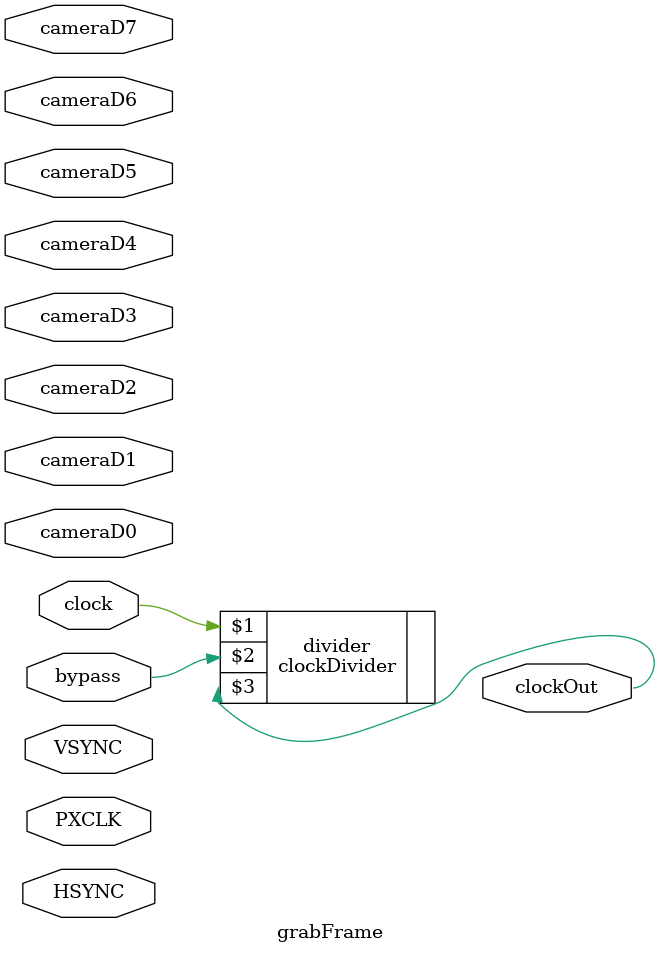
<source format=v>
module grabFrame(
	input 	bypass,
	input 	clock,
	input 	cameraD0,	cameraD1,	cameraD2,	cameraD3,	cameraD4,	cameraD5,	cameraD6,	cameraD7,
	input		HSYNC,		VSYNC,		PXCLK,			
	output	clockOut	
);


wire 	clk_out;
wire 	mem_addr0,	mem_addr1,	mem_addr2,	mem_addr3,	mem_addr4,	mem_addr5,	mem_addr6,	mem_addr7,
		mem_addr8, 	mem_addr9, 	mem_addr10,	mem_addr11,	mem_addr12,	mem_addr13,	mem_addr14,	mem_addr15,
		mem_addr16,	mem_addr17,	mem_addr18,	mem_addr19,	mem_addr20,	mem_addr21,	mem_addr22;	 

wire	mem_data0, 	mem_data1, 	mem_data2, 	mem_data3, 	mem_data4, 	mem_data5, 	mem_data6, 	mem_data7; 	


clockDivider divider(clock, bypass, clockOut);


endmodule
</source>
